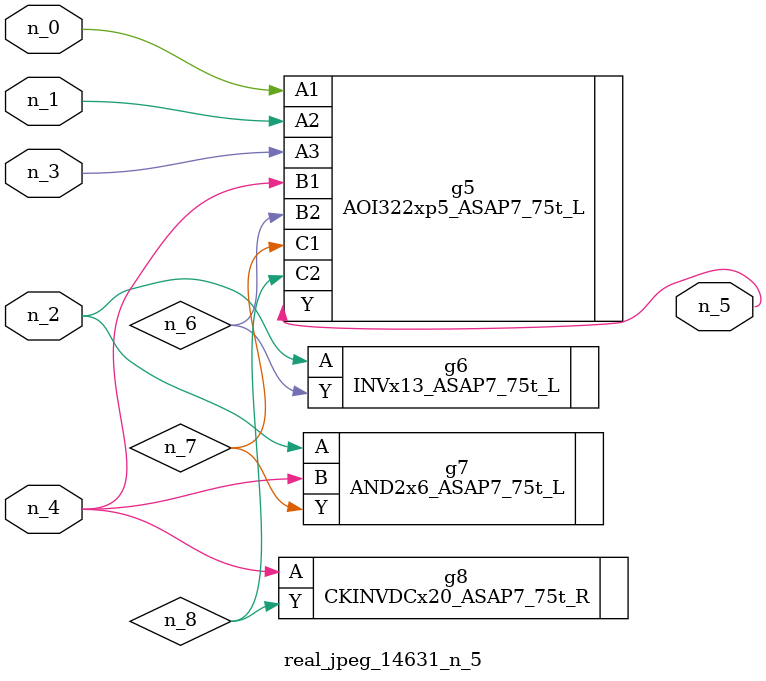
<source format=v>
module real_jpeg_14631_n_5 (n_4, n_0, n_1, n_2, n_3, n_5);

input n_4;
input n_0;
input n_1;
input n_2;
input n_3;

output n_5;

wire n_8;
wire n_6;
wire n_7;

AOI322xp5_ASAP7_75t_L g5 ( 
.A1(n_0),
.A2(n_1),
.A3(n_3),
.B1(n_4),
.B2(n_6),
.C1(n_7),
.C2(n_8),
.Y(n_5)
);

INVx13_ASAP7_75t_L g6 ( 
.A(n_2),
.Y(n_6)
);

AND2x6_ASAP7_75t_L g7 ( 
.A(n_2),
.B(n_4),
.Y(n_7)
);

CKINVDCx20_ASAP7_75t_R g8 ( 
.A(n_4),
.Y(n_8)
);


endmodule
</source>
